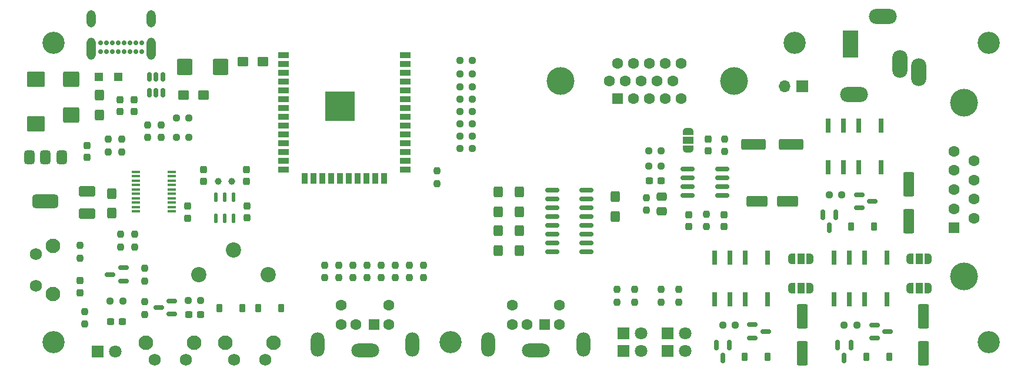
<source format=gts>
G04 #@! TF.GenerationSoftware,KiCad,Pcbnew,9.0.2*
G04 #@! TF.CreationDate,2025-06-05T13:18:06+02:00*
G04 #@! TF.ProjectId,nTerm2-S FT231,6e546572-6d32-42d5-9320-46543233312e,0.08*
G04 #@! TF.SameCoordinates,Original*
G04 #@! TF.FileFunction,Soldermask,Top*
G04 #@! TF.FilePolarity,Negative*
%FSLAX46Y46*%
G04 Gerber Fmt 4.6, Leading zero omitted, Abs format (unit mm)*
G04 Created by KiCad (PCBNEW 9.0.2) date 2025-06-05 13:18:06*
%MOMM*%
%LPD*%
G01*
G04 APERTURE LIST*
G04 Aperture macros list*
%AMRoundRect*
0 Rectangle with rounded corners*
0 $1 Rounding radius*
0 $2 $3 $4 $5 $6 $7 $8 $9 X,Y pos of 4 corners*
0 Add a 4 corners polygon primitive as box body*
4,1,4,$2,$3,$4,$5,$6,$7,$8,$9,$2,$3,0*
0 Add four circle primitives for the rounded corners*
1,1,$1+$1,$2,$3*
1,1,$1+$1,$4,$5*
1,1,$1+$1,$6,$7*
1,1,$1+$1,$8,$9*
0 Add four rect primitives between the rounded corners*
20,1,$1+$1,$2,$3,$4,$5,0*
20,1,$1+$1,$4,$5,$6,$7,0*
20,1,$1+$1,$6,$7,$8,$9,0*
20,1,$1+$1,$8,$9,$2,$3,0*%
%AMFreePoly0*
4,1,23,0.550000,-0.750000,0.000000,-0.750000,0.000000,-0.745722,-0.065263,-0.745722,-0.191342,-0.711940,-0.304381,-0.646677,-0.396677,-0.554381,-0.461940,-0.441342,-0.495722,-0.315263,-0.495722,-0.250000,-0.500000,-0.250000,-0.500000,0.250000,-0.495722,0.250000,-0.495722,0.315263,-0.461940,0.441342,-0.396677,0.554381,-0.304381,0.646677,-0.191342,0.711940,-0.065263,0.745722,0.000000,0.745722,
0.000000,0.750000,0.550000,0.750000,0.550000,-0.750000,0.550000,-0.750000,$1*%
%AMFreePoly1*
4,1,23,0.000000,0.745722,0.065263,0.745722,0.191342,0.711940,0.304381,0.646677,0.396677,0.554381,0.461940,0.441342,0.495722,0.315263,0.495722,0.250000,0.500000,0.250000,0.500000,-0.250000,0.495722,-0.250000,0.495722,-0.315263,0.461940,-0.441342,0.396677,-0.554381,0.304381,-0.646677,0.191342,-0.711940,0.065263,-0.745722,0.000000,-0.745722,0.000000,-0.750000,-0.550000,-0.750000,
-0.550000,0.750000,0.000000,0.750000,0.000000,0.745722,0.000000,0.745722,$1*%
G04 Aperture macros list end*
%ADD10RoundRect,0.237500X-0.237500X0.250000X-0.237500X-0.250000X0.237500X-0.250000X0.237500X0.250000X0*%
%ADD11C,3.200000*%
%ADD12RoundRect,0.237500X-0.250000X-0.237500X0.250000X-0.237500X0.250000X0.237500X-0.250000X0.237500X0*%
%ADD13FreePoly0,90.000000*%
%ADD14R,1.500000X1.000000*%
%ADD15FreePoly1,90.000000*%
%ADD16RoundRect,0.132500X0.132500X-0.532500X0.132500X0.532500X-0.132500X0.532500X-0.132500X-0.532500X0*%
%ADD17RoundRect,0.225000X-0.225000X-0.375000X0.225000X-0.375000X0.225000X0.375000X-0.225000X0.375000X0*%
%ADD18R,0.700000X2.000000*%
%ADD19C,1.750000*%
%ADD20C,2.100000*%
%ADD21R,1.700000X1.700000*%
%ADD22O,1.700000X1.700000*%
%ADD23R,1.500000X0.900000*%
%ADD24R,0.900000X1.500000*%
%ADD25C,0.600000*%
%ADD26R,4.200000X4.200000*%
%ADD27RoundRect,0.237500X0.237500X-0.250000X0.237500X0.250000X-0.237500X0.250000X-0.237500X-0.250000X0*%
%ADD28RoundRect,0.237500X-0.237500X0.300000X-0.237500X-0.300000X0.237500X-0.300000X0.237500X0.300000X0*%
%ADD29R,1.600000X1.600000*%
%ADD30C,1.600000*%
%ADD31O,2.000000X3.500000*%
%ADD32O,4.000000X2.000000*%
%ADD33RoundRect,0.250000X0.550000X-1.500000X0.550000X1.500000X-0.550000X1.500000X-0.550000X-1.500000X0*%
%ADD34RoundRect,0.237500X0.237500X-0.300000X0.237500X0.300000X-0.237500X0.300000X-0.237500X-0.300000X0*%
%ADD35R,1.800000X1.800000*%
%ADD36C,1.800000*%
%ADD37RoundRect,0.150000X-0.825000X-0.150000X0.825000X-0.150000X0.825000X0.150000X-0.825000X0.150000X0*%
%ADD38RoundRect,0.237500X0.250000X0.237500X-0.250000X0.237500X-0.250000X-0.237500X0.250000X-0.237500X0*%
%ADD39RoundRect,0.250000X-0.425000X0.537500X-0.425000X-0.537500X0.425000X-0.537500X0.425000X0.537500X0*%
%ADD40FreePoly0,0.000000*%
%ADD41R,1.000000X1.500000*%
%ADD42FreePoly1,0.000000*%
%ADD43RoundRect,0.250000X0.425000X-0.537500X0.425000X0.537500X-0.425000X0.537500X-0.425000X-0.537500X0*%
%ADD44RoundRect,0.237500X0.300000X0.237500X-0.300000X0.237500X-0.300000X-0.237500X0.300000X-0.237500X0*%
%ADD45RoundRect,0.225000X0.225000X0.375000X-0.225000X0.375000X-0.225000X-0.375000X0.225000X-0.375000X0*%
%ADD46RoundRect,0.375000X-0.375000X0.625000X-0.375000X-0.625000X0.375000X-0.625000X0.375000X0.625000X0*%
%ADD47RoundRect,0.500000X-1.400000X0.500000X-1.400000X-0.500000X1.400000X-0.500000X1.400000X0.500000X0*%
%ADD48RoundRect,0.250000X0.875000X0.925000X-0.875000X0.925000X-0.875000X-0.925000X0.875000X-0.925000X0*%
%ADD49RoundRect,0.250000X1.025000X-0.875000X1.025000X0.875000X-1.025000X0.875000X-1.025000X-0.875000X0*%
%ADD50RoundRect,0.150000X-0.587500X-0.150000X0.587500X-0.150000X0.587500X0.150000X-0.587500X0.150000X0*%
%ADD51RoundRect,0.237500X-0.300000X-0.237500X0.300000X-0.237500X0.300000X0.237500X-0.300000X0.237500X0*%
%ADD52RoundRect,0.150000X-0.150000X0.587500X-0.150000X-0.587500X0.150000X-0.587500X0.150000X0.587500X0*%
%ADD53RoundRect,0.150000X0.587500X0.150000X-0.587500X0.150000X-0.587500X-0.150000X0.587500X-0.150000X0*%
%ADD54C,0.700000*%
%ADD55O,1.300000X3.200000*%
%ADD56O,1.300000X2.500000*%
%ADD57RoundRect,0.250001X0.924999X-0.499999X0.924999X0.499999X-0.924999X0.499999X-0.924999X-0.499999X0*%
%ADD58C,2.200000*%
%ADD59RoundRect,0.150000X0.150000X-0.512500X0.150000X0.512500X-0.150000X0.512500X-0.150000X-0.512500X0*%
%ADD60C,4.000000*%
%ADD61RoundRect,0.250000X-1.250000X-0.550000X1.250000X-0.550000X1.250000X0.550000X-1.250000X0.550000X0*%
%ADD62RoundRect,0.250000X-1.500000X-0.550000X1.500000X-0.550000X1.500000X0.550000X-1.500000X0.550000X0*%
%ADD63RoundRect,0.250000X-0.475000X0.337500X-0.475000X-0.337500X0.475000X-0.337500X0.475000X0.337500X0*%
%ADD64RoundRect,0.250000X-0.537500X-0.425000X0.537500X-0.425000X0.537500X0.425000X-0.537500X0.425000X0*%
%ADD65O,2.200000X4.000000*%
%ADD66O,4.000000X2.200000*%
%ADD67R,2.200000X4.000000*%
%ADD68C,1.000000*%
%ADD69RoundRect,0.250000X0.925000X-0.875000X0.925000X0.875000X-0.925000X0.875000X-0.925000X-0.875000X0*%
%ADD70R,1.200000X0.400000*%
%ADD71R,1.200000X1.200000*%
%ADD72RoundRect,0.250000X0.537500X0.425000X-0.537500X0.425000X-0.537500X-0.425000X0.537500X-0.425000X0*%
G04 APERTURE END LIST*
D10*
X84266000Y-107528500D03*
X84266000Y-109353500D03*
D11*
X215076000Y-121498500D03*
D12*
X138956000Y-84668500D03*
X140781000Y-84668500D03*
D10*
X96012000Y-90123000D03*
X96012000Y-91948000D03*
D12*
X176792500Y-118999000D03*
X178617500Y-118999000D03*
D10*
X88392000Y-92202000D03*
X88392000Y-94027000D03*
D11*
X80456000Y-78318500D03*
D13*
X171856400Y-93644100D03*
D14*
X171856400Y-92344100D03*
D15*
X171856400Y-91044100D03*
D16*
X103820000Y-103632000D03*
X105090000Y-103632000D03*
X106360000Y-103632000D03*
X106360000Y-100582000D03*
X105090000Y-100582000D03*
X103820000Y-100582000D03*
D10*
X177088800Y-92140900D03*
X177088800Y-93965900D03*
D17*
X179992000Y-123571000D03*
X183292000Y-123571000D03*
D18*
X200471000Y-109268500D03*
X197271000Y-109268500D03*
X195071000Y-109268500D03*
X192871000Y-109268500D03*
X192871000Y-115268500D03*
X195071000Y-115268500D03*
X197271000Y-115268500D03*
X200471000Y-115268500D03*
D19*
X99506000Y-124038500D03*
X95006000Y-124038500D03*
D20*
X100756000Y-121548500D03*
X93746000Y-121548500D03*
D21*
X188295200Y-84582000D03*
D22*
X185755200Y-84582000D03*
D10*
X174436000Y-102997000D03*
X174436000Y-104822000D03*
D23*
X113616000Y-80096500D03*
X113616000Y-81366500D03*
X113616000Y-82636500D03*
X113616000Y-83906500D03*
X113616000Y-85176500D03*
X113616000Y-86446500D03*
X113616000Y-87716500D03*
X113616000Y-88986500D03*
X113616000Y-90256500D03*
X113616000Y-91526500D03*
X113616000Y-92796500D03*
X113616000Y-94066500D03*
X113616000Y-95336500D03*
X113616000Y-96606500D03*
D24*
X116656000Y-97856500D03*
X117926000Y-97856500D03*
X119196000Y-97856500D03*
X120466000Y-97856500D03*
X121736000Y-97856500D03*
X123006000Y-97856500D03*
X124276000Y-97856500D03*
X125546000Y-97856500D03*
X126816000Y-97856500D03*
X128086000Y-97856500D03*
D23*
X131116000Y-96606500D03*
X131116000Y-95336500D03*
X131116000Y-94066500D03*
X131116000Y-92796500D03*
X131116000Y-91526500D03*
X131116000Y-90256500D03*
X131116000Y-88986500D03*
X131116000Y-87716500D03*
X131116000Y-86446500D03*
X131116000Y-85176500D03*
X131116000Y-83906500D03*
X131116000Y-82636500D03*
X131116000Y-81366500D03*
X131116000Y-80096500D03*
D25*
X120161000Y-86674000D03*
X120161000Y-88199000D03*
X120923500Y-85911500D03*
X120923500Y-87436500D03*
X120923500Y-88961500D03*
X121686000Y-86674000D03*
D26*
X121686000Y-87436500D03*
D25*
X121686000Y-88199000D03*
X122448500Y-85911500D03*
X122448500Y-87436500D03*
X122448500Y-88961500D03*
X123211000Y-86674000D03*
X123211000Y-88199000D03*
D27*
X127635000Y-112188000D03*
X127635000Y-110363000D03*
D19*
X110936000Y-124038500D03*
X106436000Y-124038500D03*
D20*
X112186000Y-121548500D03*
X105176000Y-121548500D03*
D12*
X192128500Y-100203000D03*
X193953500Y-100203000D03*
D28*
X176976000Y-103047000D03*
X176976000Y-104772000D03*
D29*
X126616000Y-118958500D03*
D30*
X124016000Y-118958500D03*
X128716000Y-118958500D03*
X121916000Y-118958500D03*
X128716000Y-116158500D03*
X121916000Y-116158500D03*
D31*
X118466000Y-121808500D03*
D32*
X125316000Y-122608500D03*
D31*
X132166000Y-121808500D03*
D33*
X205740000Y-123096000D03*
X205740000Y-117696000D03*
D12*
X138956000Y-88224500D03*
X140781000Y-88224500D03*
D34*
X90043000Y-88212000D03*
X90043000Y-86487000D03*
D12*
X194287500Y-118999000D03*
X196112500Y-118999000D03*
D34*
X92075000Y-88212000D03*
X92075000Y-86487000D03*
D33*
X188279000Y-123096000D03*
X188279000Y-117696000D03*
D35*
X162498000Y-120228500D03*
D36*
X165038000Y-120228500D03*
D35*
X162498000Y-122768500D03*
D36*
X165038000Y-122768500D03*
D10*
X170499000Y-113878500D03*
X170499000Y-115703500D03*
D37*
X171778499Y-96520000D03*
X171778499Y-97790000D03*
X171778499Y-99060000D03*
X171778499Y-100330000D03*
X176728499Y-100330000D03*
X176728499Y-99060000D03*
X176728499Y-97790000D03*
X176728499Y-96520000D03*
D38*
X140781000Y-80858500D03*
X138956000Y-80858500D03*
D28*
X85344000Y-93093200D03*
X85344000Y-94818200D03*
D27*
X121539000Y-112188000D03*
X121539000Y-110363000D03*
D39*
X147574000Y-105369500D03*
X147574000Y-108244500D03*
D40*
X203775000Y-113665000D03*
D41*
X205075000Y-113665000D03*
D42*
X206375000Y-113665000D03*
D27*
X92202000Y-107743000D03*
X92202000Y-105918000D03*
D43*
X87045800Y-88671400D03*
X87045800Y-85796400D03*
D35*
X168848000Y-120228500D03*
D36*
X171388000Y-120228500D03*
D35*
X168848000Y-122768500D03*
D36*
X171388000Y-122768500D03*
D10*
X94003500Y-90123000D03*
X94003500Y-91948000D03*
D40*
X203775000Y-109474000D03*
D41*
X205075000Y-109474000D03*
D42*
X206375000Y-109474000D03*
D29*
X151217000Y-118958500D03*
D30*
X148617000Y-118958500D03*
X153317000Y-118958500D03*
X146517000Y-118958500D03*
X153317000Y-116158500D03*
X146517000Y-116158500D03*
D31*
X143067000Y-121808500D03*
D32*
X149917000Y-122608500D03*
D31*
X156767000Y-121808500D03*
D44*
X90424000Y-118491000D03*
X88699000Y-118491000D03*
D45*
X107694000Y-116586000D03*
X104394000Y-116586000D03*
D46*
X81637500Y-94817800D03*
X79337500Y-94817800D03*
D47*
X79337500Y-101117800D03*
D46*
X77037500Y-94817800D03*
D48*
X104498050Y-81788000D03*
X99398050Y-81788000D03*
D12*
X88646000Y-115570000D03*
X90471000Y-115570000D03*
D34*
X108265000Y-98298000D03*
X108265000Y-96573000D03*
D12*
X166143000Y-96052500D03*
X167968000Y-96052500D03*
D37*
X152276000Y-99527500D03*
X152276000Y-100797500D03*
X152276000Y-102067500D03*
X152276000Y-103337500D03*
X152276000Y-104607500D03*
X152276000Y-105877500D03*
X152276000Y-107147500D03*
X152276000Y-108417500D03*
X157226000Y-108417500D03*
X157226000Y-107147500D03*
X157226000Y-105877500D03*
X157226000Y-104607500D03*
X157226000Y-103337500D03*
X157226000Y-102067500D03*
X157226000Y-100797500D03*
X157226000Y-99527500D03*
D11*
X80456000Y-121498500D03*
D10*
X90297000Y-92202000D03*
X90297000Y-94027000D03*
D40*
X186757000Y-113665000D03*
D41*
X188057000Y-113665000D03*
D42*
X189357000Y-113665000D03*
D11*
X137606000Y-121498500D03*
D49*
X77901800Y-89966800D03*
X77901800Y-83566800D03*
D39*
X144526000Y-105369500D03*
X144526000Y-108244500D03*
D50*
X196438000Y-100183000D03*
X196438000Y-102083000D03*
X198313000Y-101133000D03*
D51*
X99949000Y-117475000D03*
X101674000Y-117475000D03*
D18*
X183250500Y-109268500D03*
X180050500Y-109268500D03*
X177850500Y-109268500D03*
X175650500Y-109268500D03*
X175650500Y-115268500D03*
X177850500Y-115268500D03*
X180050500Y-115268500D03*
X183250500Y-115268500D03*
D43*
X88823800Y-102874800D03*
X88823800Y-99999800D03*
D52*
X195261000Y-121871500D03*
X193361000Y-121871500D03*
X194311000Y-123746500D03*
D53*
X97506000Y-117409000D03*
X97506000Y-115509000D03*
X95631000Y-116459000D03*
D54*
X93176000Y-79588500D03*
X92326000Y-79588500D03*
X91476000Y-79588500D03*
X90626000Y-79588500D03*
X89776000Y-79588500D03*
X88926000Y-79588500D03*
X88076000Y-79588500D03*
X87226000Y-79588500D03*
X87226000Y-78238500D03*
X88076000Y-78238500D03*
X88926000Y-78238500D03*
X89776000Y-78238500D03*
X90626000Y-78238500D03*
X91476000Y-78238500D03*
X92326000Y-78238500D03*
X93176000Y-78238500D03*
D55*
X94521000Y-79088500D03*
D56*
X94516000Y-74783500D03*
D55*
X85881000Y-79088500D03*
D56*
X85881000Y-74788500D03*
D12*
X98171000Y-91948000D03*
X99996000Y-91948000D03*
D52*
X177766000Y-121871500D03*
X175866000Y-121871500D03*
X176816000Y-123746500D03*
D39*
X161355000Y-100503000D03*
X161355000Y-103378000D03*
D28*
X108331000Y-101780000D03*
X108331000Y-103505000D03*
D40*
X186757000Y-109474000D03*
D41*
X188057000Y-109474000D03*
D42*
X189357000Y-109474000D03*
D57*
X85293200Y-102919600D03*
X85293200Y-99669600D03*
D19*
X77916000Y-113298500D03*
X77916000Y-108798500D03*
D20*
X80406000Y-114548500D03*
X80406000Y-107538500D03*
D10*
X90170000Y-105918000D03*
X90170000Y-107743000D03*
D34*
X174675800Y-93865900D03*
X174675800Y-92140900D03*
D12*
X138956000Y-93558500D03*
X140781000Y-93558500D03*
D58*
X111379000Y-111760000D03*
X106379000Y-108160000D03*
X101379000Y-111760000D03*
D35*
X86824750Y-122796000D03*
D36*
X89364750Y-122796000D03*
D59*
X94300000Y-85460000D03*
X95250000Y-85460000D03*
X96200000Y-85460000D03*
X96200000Y-83185000D03*
X95250000Y-83185000D03*
X94300000Y-83185000D03*
D60*
X211559000Y-111948500D03*
X211559000Y-86948500D03*
D29*
X210139000Y-104988500D03*
D30*
X210139000Y-102218500D03*
X210139000Y-99448500D03*
X210139000Y-96678500D03*
X210139000Y-93908500D03*
X212979000Y-103603500D03*
X212979000Y-100833500D03*
X212979000Y-98063500D03*
X212979000Y-95293500D03*
D61*
X181767499Y-101178500D03*
X186167499Y-101178500D03*
D12*
X138956000Y-90002500D03*
X140781000Y-90002500D03*
D62*
X181267499Y-92923500D03*
X186667499Y-92923500D03*
D39*
X144526000Y-99781500D03*
X144526000Y-102656500D03*
D11*
X215076000Y-78318500D03*
D60*
X178478000Y-83820000D03*
X153478000Y-83820000D03*
D29*
X161663000Y-86360000D03*
D30*
X163953000Y-86360000D03*
X166243000Y-86360000D03*
X168533000Y-86360000D03*
X170823000Y-86360000D03*
X160518000Y-83820000D03*
X162808000Y-83820000D03*
X165098000Y-83820000D03*
X167388000Y-83820000D03*
X169678000Y-83820000D03*
X161663000Y-81280000D03*
X163953000Y-81280000D03*
X166243000Y-81280000D03*
X168533000Y-81280000D03*
X170823000Y-81280000D03*
D38*
X167977500Y-93857185D03*
X166152500Y-93857185D03*
D10*
X167959000Y-113878500D03*
X167959000Y-115703500D03*
X164149000Y-113878500D03*
X164149000Y-115703500D03*
D27*
X93599000Y-112649000D03*
X93599000Y-110824000D03*
D33*
X203581000Y-104046000D03*
X203581000Y-98646000D03*
D27*
X129667000Y-112188000D03*
X129667000Y-110363000D03*
D51*
X166243000Y-98211500D03*
X167968000Y-98211500D03*
D27*
X119507000Y-112188000D03*
X119507000Y-110363000D03*
D18*
X199604750Y-90225500D03*
X196404750Y-90225500D03*
X194204750Y-90225500D03*
X192004750Y-90225500D03*
X192004750Y-96225500D03*
X194204750Y-96225500D03*
X196404750Y-96225500D03*
X199604750Y-96225500D03*
D34*
X99822000Y-103579000D03*
X99822000Y-101854000D03*
D39*
X147574000Y-99781500D03*
X147574000Y-102656500D03*
D17*
X197487000Y-123571000D03*
X200787000Y-123571000D03*
D63*
X167994500Y-100476000D03*
X167994500Y-102551000D03*
D27*
X131699000Y-112188000D03*
X131699000Y-110363000D03*
D64*
X107742000Y-81026000D03*
X110617000Y-81026000D03*
D65*
X205036000Y-82508500D03*
X202336000Y-81308500D03*
D66*
X199836000Y-74508500D03*
D67*
X195236000Y-78408500D03*
D66*
X195736000Y-85708500D03*
D53*
X90521000Y-112649000D03*
X90521000Y-110749000D03*
X88646000Y-111699000D03*
D34*
X171896000Y-104772000D03*
X171896000Y-103047000D03*
D68*
X106106000Y-98298000D03*
X104206000Y-98298000D03*
D69*
X82996000Y-88656000D03*
X82996000Y-83556000D03*
D70*
X97536000Y-102616000D03*
X97536000Y-101981000D03*
X97536000Y-101346000D03*
X97536000Y-100711000D03*
X97536000Y-100076000D03*
X97536000Y-99441000D03*
X97536000Y-98806000D03*
X97536000Y-98171000D03*
X97536000Y-97536000D03*
X97536000Y-96901000D03*
X92336000Y-96901000D03*
X92336000Y-97536000D03*
X92336000Y-98171000D03*
X92336000Y-98806000D03*
X92336000Y-99441000D03*
X92336000Y-100076000D03*
X92336000Y-100711000D03*
X92336000Y-101346000D03*
X92336000Y-101981000D03*
X92336000Y-102616000D03*
D28*
X84266000Y-112608500D03*
X84266000Y-114333500D03*
D50*
X198645500Y-118983500D03*
X198645500Y-120883500D03*
X200520500Y-119933500D03*
D27*
X93599000Y-117475000D03*
X93599000Y-115650000D03*
D12*
X138956000Y-91780500D03*
X140781000Y-91780500D03*
X98171000Y-89154000D03*
X99996000Y-89154000D03*
D27*
X135701000Y-98558500D03*
X135701000Y-96733500D03*
D10*
X161609000Y-113878500D03*
X161609000Y-115703500D03*
D27*
X133731000Y-112188000D03*
X133731000Y-110363000D03*
X123571000Y-112188000D03*
X123571000Y-110363000D03*
D38*
X140781000Y-82763500D03*
X138956000Y-82763500D03*
D71*
X89795000Y-83185000D03*
X86995000Y-83185000D03*
D12*
X138956000Y-86446500D03*
X140781000Y-86446500D03*
D10*
X84963000Y-117047000D03*
X84963000Y-118872000D03*
X165835500Y-100601000D03*
X165835500Y-102426000D03*
D72*
X102108000Y-85852000D03*
X99233000Y-85852000D03*
D34*
X102042000Y-98298000D03*
X102042000Y-96573000D03*
D52*
X193102000Y-103075500D03*
X191202000Y-103075500D03*
X192152000Y-104950500D03*
D11*
X187136000Y-78318500D03*
D12*
X99849000Y-115443000D03*
X101674000Y-115443000D03*
D17*
X195328000Y-104775000D03*
X198628000Y-104775000D03*
D27*
X125603000Y-112188000D03*
X125603000Y-110363000D03*
D17*
X109984000Y-116586000D03*
X113284000Y-116586000D03*
D50*
X181102000Y-118958500D03*
X181102000Y-120858500D03*
X182977000Y-119908500D03*
M02*

</source>
